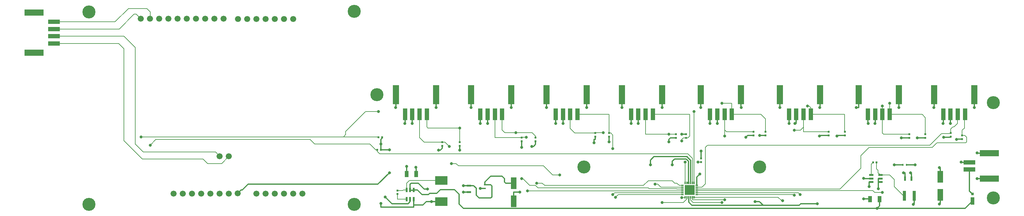
<source format=gbr>
G04 DesignSpark PCB Gerber Version 11.0 Build 5877*
G04 #@! TF.Part,Single*
G04 #@! TF.FileFunction,Copper,L1,Top*
G04 #@! TF.FilePolarity,Positive*
%FSLAX35Y35*%
%MOIN*%
G04 #@! TA.AperFunction,SMDPad,CuDef*
%ADD80R,0.01181X0.03150*%
%ADD79R,0.03150X0.01181*%
%ADD91R,0.01772X0.02362*%
%ADD95R,0.01870X0.01969*%
%ADD89R,0.02362X0.02441*%
%ADD77R,0.02362X0.04724*%
%ADD90R,0.02362X0.04921*%
%ADD92R,0.03740X0.11024*%
%ADD85R,0.03976X0.07165*%
%ADD96R,0.04331X0.07874*%
%ADD82R,0.04724X0.12598*%
%ADD88R,0.06299X0.12598*%
%ADD83R,0.06693X0.20866*%
%ADD97R,0.03150X0.03150*%
%ADD87R,0.02362X0.01772*%
%ADD94R,0.01969X0.01870*%
%ADD84R,0.02441X0.02362*%
%ADD78R,0.04724X0.02362*%
%ADD86R,0.04921X0.02362*%
%ADD125R,0.12598X0.04724*%
%ADD126R,0.20866X0.06693*%
%ADD81R,0.11024X0.11024*%
G04 #@! TD.AperFunction*
%ADD18C,0.00800*%
%ADD16C,0.01181*%
G04 #@! TA.AperFunction,ViaPad*
%ADD19C,0.03200*%
G04 #@! TA.AperFunction,WasherPad*
%ADD70C,0.06600*%
%ADD71C,0.14173*%
G04 #@! TA.AperFunction,SMDPad,CuDef*
%ADD93R,0.13500X0.09500*%
G04 #@! TD.AperFunction*
X0Y0D02*
D02*
D16*
X398500Y79000D02*
Y84000D01*
X399766Y85266D01*
Y86500D01*
X398500Y79000D02*
Y72750D01*
X398516D01*
X407750Y47750D02*
X395250Y35250D01*
X254000D01*
X247750Y29000D01*
X246500D01*
X242750Y25250D01*
X407750Y72750D02*
X398516D01*
X414500Y118750D02*
X414650D01*
Y132888D01*
X424500Y101250D02*
X424689D01*
Y111313D01*
X426500Y54750D02*
X426303D01*
Y46500D01*
X430250Y19079D02*
Y16311D01*
X427939Y14000D01*
X410500D01*
X403000Y21500D01*
X432500Y101250D02*
X432563D01*
Y111313D01*
X433990Y28921D02*
X434000Y28750D01*
X430500D01*
X430250Y28921D01*
X434000Y12750D02*
X444000D01*
X447750Y16500D01*
X453500D01*
X434000Y12750D02*
Y16500D01*
X433990D01*
Y19079D01*
X434000Y12750D02*
Y10250D01*
X398500D01*
Y14250D01*
X436500Y53750D02*
X436697D01*
Y46500D01*
X449000Y30093D02*
X445407D01*
X439000Y36500D01*
X431500D01*
X430250Y35250D01*
Y28921D01*
X453500Y16500D02*
X459000D01*
Y16250D01*
X464000D01*
X458500Y118750D02*
X458350D01*
Y132888D01*
X461250Y72250D02*
X463018D01*
X465250Y74482D01*
Y76984D01*
X484000Y72250D02*
Y76984D01*
X488000Y26750D02*
X494000D01*
Y26707D01*
X488000Y33750D02*
X494000D01*
Y33793D01*
X496500Y118750D02*
X496539D01*
Y132888D01*
X506500Y30750D02*
X511500D01*
Y30880D01*
X506500Y101250D02*
X506579D01*
Y111313D01*
X511500Y34620D02*
Y37750D01*
X517750Y44000D01*
X530250D01*
X532750Y41500D01*
Y37593D01*
X534000Y36343D01*
X542750D01*
X511500Y34620D02*
X517750Y34750D01*
X519000Y33500D01*
Y21500D01*
X517750Y20250D01*
X505250D01*
X502000Y23500D01*
Y30906D01*
X499112Y33793D01*
X494000D01*
X514500Y101250D02*
X514453D01*
Y111313D01*
X540000Y118750D02*
X540240D01*
Y132888D01*
X549500Y26750D02*
X542750D01*
Y16657D01*
X551500Y75250D02*
Y81984D01*
X562500Y76500D02*
X564268D01*
X566500Y78732D01*
Y81984D01*
X578500Y118750D02*
X578429D01*
Y132888D01*
X588500Y101250D02*
X588469D01*
Y111313D01*
X596500Y101250D02*
X596343D01*
Y111313D01*
X622000Y118750D02*
X622130D01*
Y132888D01*
X630250Y80250D02*
Y84000D01*
X631500D01*
Y86984D01*
X646500Y81500D02*
Y86984D01*
X660500Y118750D02*
X660319D01*
Y132888D01*
X670500Y101250D02*
X670358D01*
Y111313D01*
X678000Y101250D02*
X678232D01*
Y111313D01*
X691500Y56500D02*
Y61500D01*
X695250Y65250D01*
X731500D01*
Y64734D01*
X734984Y61250D01*
Y36874D01*
X704000Y118750D02*
X704020D01*
Y132888D01*
X719000Y85734D02*
X713234D01*
X711500Y84000D01*
Y81500D01*
X725500Y89750D02*
Y89766D01*
X730250D01*
X733016Y36874D02*
X731047D01*
X733016D02*
X732750Y37140D01*
Y60250D01*
X730250Y62750D01*
X717750D01*
X715250Y60250D01*
Y56500D01*
X745250Y46500D02*
X741874Y43124D01*
Y33921D01*
X746000Y118750D02*
X746146D01*
Y132888D01*
X746500Y71500D02*
Y63516D01*
X756000Y101250D02*
X756185D01*
Y111313D01*
X764000Y101250D02*
X764059D01*
Y111313D01*
X790000Y118750D02*
X789846D01*
Y132888D01*
X803567Y88234D02*
X796984D01*
X795250Y86500D01*
X810250Y88250D02*
X816500D01*
Y88234D01*
X814000Y12250D02*
X736570D01*
X733016Y15804D01*
Y21126D01*
X814000Y12250D02*
X809750Y16500D01*
X805250D01*
X814000Y12250D02*
X853000D01*
X854750Y14000D01*
X872750D01*
X832000Y118750D02*
X831972D01*
Y132888D01*
X842000Y101250D02*
X842012D01*
Y111313D01*
X848500Y101250D02*
X849886D01*
Y111313D01*
X875250Y87750D02*
Y88234D01*
X885250D01*
X875500Y118750D02*
X875673D01*
Y132888D01*
X894000Y87750D02*
Y88234D01*
X902750D01*
X915000Y118750D02*
X917799D01*
Y132888D01*
X923000Y19250D02*
X930053D01*
Y19000D01*
X923000Y41750D02*
Y41500D01*
X931579D01*
X928000Y101250D02*
X927839D01*
Y111313D01*
X929000Y32750D02*
Y37760D01*
X931579D01*
X935500Y101250D02*
X935713D01*
Y111313D01*
X937750Y9000D02*
X488250D01*
X483500Y13750D01*
Y24250D01*
X478500Y29250D01*
X463000D01*
X459000Y25250D01*
X451500D01*
X450250Y24000D01*
X443000D01*
X438079Y28921D01*
X433990D01*
X937750Y9000D02*
X940447Y11697D01*
Y19000D01*
X937750Y9000D02*
X1033400D01*
X1041500Y17100D01*
X939000Y37750D02*
X941421Y37760D01*
X939000Y37750D02*
Y30250D01*
Y37750D02*
Y41500D01*
X941421D01*
X956500Y56500D02*
X965880D01*
X961500Y118750D02*
Y132888D01*
X964000Y85750D02*
X972750D01*
Y85734D01*
X966500Y47750D02*
X967957D01*
Y41500D01*
X974000Y47750D02*
X975043D01*
Y41500D01*
X977000Y13250D02*
X978163D01*
Y22750D01*
X979000Y56500D02*
X969620D01*
X981500Y85750D02*
X990250D01*
Y85734D01*
X999500Y118750D02*
X999650D01*
Y132888D01*
X1005500Y13750D02*
X1006500D01*
Y23734D01*
X1005500Y53250D02*
X1006500D01*
Y43419D01*
X1009500Y101250D02*
X1009689D01*
Y111313D01*
X1010250Y86500D02*
X1017750D01*
Y86984D01*
X1017500Y101250D02*
X1017563D01*
Y111313D01*
X1024000Y84000D02*
Y84484D01*
X1030250D01*
X1029000Y59250D02*
Y59187D01*
X1038213D01*
Y51313D02*
Y27868D01*
X1041500Y24581D01*
X1043500Y118750D02*
X1043350D01*
Y132888D01*
X1046500Y41250D02*
Y41274D01*
X1059787D01*
X1046500Y69250D02*
Y69226D01*
X1059787D01*
D02*
D18*
X42937Y188439D02*
X113311D01*
X119000Y182750D01*
Y82750D01*
X139000Y62750D01*
X205250D01*
X210250Y57750D01*
X225311D01*
X233213Y65652D01*
X42937Y196313D02*
X119187D01*
X131500Y184000D01*
Y79000D01*
X140250Y70250D01*
X218614D01*
X223213Y65652D01*
X42937Y204187D02*
X114187D01*
X130250Y220250D01*
X132378D01*
X137390Y215239D01*
X42937Y212061D02*
X109561D01*
X124000Y226500D01*
X144000D01*
X147750Y222750D01*
Y215600D01*
X147390Y215240D01*
X147630Y77750D02*
X153880Y84000D01*
X321500D01*
X326500Y79000D01*
X386500D01*
X392750Y72750D01*
X394484D01*
X357750Y86750D02*
X360250Y89250D01*
Y92750D01*
X381750Y114250D01*
X395734D01*
X357750Y86750D02*
X395484D01*
X395734Y86500D01*
X357750Y86750D02*
X137630D01*
X394484Y72750D02*
Y70982D01*
X397217Y68250D01*
X731953D01*
X736953Y63250D01*
Y36874D01*
X416500Y24689D02*
Y19079D01*
X426510D01*
Y28921D02*
Y36500D01*
X429260Y39250D01*
X464000D01*
X426510Y28921D02*
X422750D01*
X422140Y28311D01*
X416500D01*
X465250Y81016D02*
X445437D01*
X440437Y86016D01*
Y111313D01*
X472750Y76500D02*
X468234Y81016D01*
X465250D01*
X475250Y57750D02*
X480250D01*
X482750Y55250D01*
X575250D01*
X585250Y45250D01*
X592750D01*
X484000Y96500D02*
Y81016D01*
Y96500D02*
X449561D01*
X448311Y97750D01*
Y111313D01*
X545250Y91500D02*
X562783D01*
X566500Y87783D01*
Y86016D01*
X545250Y91500D02*
X532951D01*
X530201Y94250D01*
Y111313D01*
X551500Y41500D02*
X552750D01*
X560250Y34000D01*
X566500D01*
X569000Y31500D01*
X689000D01*
X690250Y30250D01*
X719985D01*
X720117Y30117D01*
X720250Y29984D01*
X726126D01*
X551500Y86016D02*
X522327D01*
Y111313D01*
X556500Y86250D02*
X551500D01*
Y86016D01*
X557750Y28016D02*
X726126D01*
X567750Y36500D02*
X573921D01*
X576500Y33921D01*
X683921D01*
X689000Y39000D01*
X715250D01*
X717750Y36500D01*
X720171D01*
X722750Y33921D01*
X726126D01*
X631500Y91016D02*
X609217D01*
X604217Y96016D01*
Y111313D01*
X640000Y91250D02*
X631500D01*
Y91016D01*
X646500D02*
Y111250D01*
X612000D01*
X612091Y111313D01*
X650500Y24018D02*
X652530Y26047D01*
X726126D01*
X650500Y74000D02*
Y88783D01*
X648268Y91016D01*
X646500D01*
X653500Y21018D02*
X656561Y24079D01*
X726126D01*
X696500Y35250D02*
X699453D01*
X702750Y31953D01*
X726126D01*
X704000Y15250D02*
X726939D01*
X731047Y19358D01*
Y21126D01*
X711500Y89766D02*
X719000D01*
X711500D02*
Y89750D01*
Y89766D02*
X686106D01*
Y111313D01*
X725500Y20750D02*
X729079D01*
Y21126D01*
X725500Y82250D02*
Y84018D01*
X727217Y85734D01*
X730250D01*
X729079Y59250D02*
Y36874D01*
X730250Y85734D02*
X732018D01*
X734000Y87717D01*
Y111250D01*
X694000D01*
X693980Y111313D01*
X738921Y114250D02*
Y36874D01*
X743000Y59250D02*
X746500D01*
Y59484D01*
X769000Y15250D02*
X737830D01*
X734984Y18095D01*
Y21126D01*
X769000Y123250D02*
X779807D01*
Y111313D01*
X771933Y94333D02*
Y111313D01*
Y94333D02*
Y87750D01*
X772000D01*
X771933Y94333D02*
X774000Y92266D01*
X803567D01*
X772000Y18250D02*
X736953D01*
Y21126D01*
X779807Y111313D02*
X780000Y111250D01*
X811500D01*
X816500Y106250D01*
Y92266D01*
X835250Y17250D02*
X834002D01*
X830250Y21002D01*
X738921D01*
Y21126D01*
X847750Y23250D02*
Y24079D01*
X741874D01*
X854000Y24070D02*
X852022Y26047D01*
X741874D01*
X857760Y97250D02*
X854510Y94000D01*
X847750D01*
X857760Y97250D02*
Y111313D01*
Y97250D02*
Y92266D01*
X885250D01*
X862000Y120250D02*
X863768D01*
X865634Y118384D01*
Y111313D01*
X865500Y111250D01*
X902500D01*
Y92266D01*
X902750D01*
X931579Y45240D02*
Y57140D01*
X933439Y59000D01*
X941421Y45240D02*
Y45250D01*
X951500D01*
X956500Y40250D01*
Y32750D01*
X966500Y22750D01*
X967337D01*
X941421Y45240D02*
X938843Y47819D01*
Y50250D01*
X937061Y52031D01*
Y59000D01*
X943500Y26250D02*
X935250D01*
X933250Y28250D01*
X742000D01*
X741874Y28016D01*
X943500Y120250D02*
X943587D01*
Y111313D01*
Y91016D01*
X944837Y89766D01*
X972750D01*
X951500Y111250D02*
X986750D01*
X990250Y107750D01*
Y89766D01*
X951500Y111250D02*
X951461Y111313D01*
X951500Y111250D02*
Y123250D01*
X1017750Y91016D02*
Y95250D01*
X1020250Y97750D01*
X1021500D01*
X1025250Y101500D01*
Y111126D01*
X1025437Y111313D01*
X1017750Y91016D02*
Y90250D01*
X1007750D01*
X995250Y77750D01*
X753500D01*
X751000Y75250D01*
Y35632D01*
X747321Y31953D01*
X741874D01*
X1030250Y88516D02*
X1033234D01*
X1035250Y86500D01*
Y81500D01*
X1034000Y80250D01*
X1002750D01*
X997750Y75250D01*
X929000D01*
X920250Y66500D01*
Y52750D01*
X897484Y29984D01*
X741874D01*
X1030250Y88516D02*
Y94132D01*
X1032618Y96500D01*
Y111313D01*
X1033311D01*
D02*
D19*
X137630Y86750D03*
X147630Y77750D03*
X395734Y114250D03*
X398500Y14250D03*
Y79000D03*
X403000Y21500D03*
X407750Y47750D03*
Y72750D03*
X414500Y118750D03*
X424500Y101250D03*
X426500Y54750D03*
X432500Y101250D03*
X436500Y53750D03*
X449000Y30093D03*
X453500Y16500D03*
X458500Y118750D03*
X461250Y72250D03*
X472750Y76500D03*
X475250Y57750D03*
X484000Y72250D03*
Y96500D03*
X488000Y26750D03*
Y33750D03*
X496500Y118750D03*
X506500Y30750D03*
Y101250D03*
X514500D03*
X540000Y118750D03*
X545250Y91500D03*
X549500Y26750D03*
X551500Y41500D03*
Y75250D03*
X556500Y86250D03*
X557750Y28016D03*
X562500Y76500D03*
X567750Y36500D03*
X578500Y118750D03*
X588500Y101250D03*
X592750Y45250D03*
X596500Y101250D03*
X622000Y118750D03*
X630250Y80250D03*
X640000Y91250D03*
X646500Y81500D03*
X650500Y24018D03*
Y74000D03*
X653500Y21018D03*
X660500Y118750D03*
X670500Y101250D03*
X678000D03*
X691500Y56500D03*
X696500Y35250D03*
X704000Y15250D03*
Y118750D03*
X711500Y81500D03*
Y89750D03*
X715250Y56500D03*
X725500Y20750D03*
Y82250D03*
Y89750D03*
X729079Y59250D03*
X738921Y114250D03*
X743000Y59250D03*
X745250Y46500D03*
X746000Y118750D03*
X746500Y71500D03*
X756000Y101250D03*
X764000D03*
X769000Y15250D03*
Y123250D03*
X772000Y18250D03*
Y87750D03*
X790000Y118750D03*
X795250Y86500D03*
X805250Y16500D03*
X810250Y88250D03*
X832000Y118750D03*
X835250Y17250D03*
X842000Y101250D03*
X847750Y23250D03*
Y94000D03*
X848500Y101250D03*
X854000Y24070D03*
X862000Y120250D03*
X872750Y14000D03*
X875250Y87750D03*
X875500Y118750D03*
X894000Y87750D03*
X915000Y118750D03*
X923000Y19250D03*
Y41750D03*
X928000Y101250D03*
X929000Y32750D03*
X935500Y101250D03*
X937750Y9000D03*
X939000Y30250D03*
X943500Y26250D03*
Y120250D03*
X951500Y123250D03*
X956500Y56500D03*
X961500Y118750D03*
X964000Y85750D03*
X966500Y47750D03*
X974000D03*
X977000Y13250D03*
X979000Y56500D03*
X981500Y85750D03*
X999500Y118750D03*
X1005500Y13750D03*
Y53250D03*
X1009500Y101250D03*
X1010250Y86500D03*
X1017500Y101250D03*
X1024000Y84000D03*
X1029000Y59250D03*
X1043500Y118750D03*
X1046500Y41250D03*
Y69250D03*
D02*
D70*
X137390Y215239D03*
X147390Y215240D03*
X157388Y215239D03*
X167388D03*
X173215Y25152D03*
X177388Y215239D03*
X183215Y25152D03*
X187388Y215239D03*
X193215Y25152D03*
X197388Y215239D03*
X203215Y25152D03*
X207388Y215239D03*
X213215Y25152D03*
X217388Y215239D03*
X223213Y65652D03*
X223215Y25152D03*
X227388Y215239D03*
X233213Y65652D03*
X233215Y25152D03*
X242750Y25250D03*
X243215Y215152D03*
X253215D03*
X263215Y25152D03*
Y215152D03*
X273215Y25152D03*
Y215152D03*
X283215Y25152D03*
Y215152D03*
X293215Y25152D03*
Y215152D03*
X303215Y25152D03*
Y215152D03*
X313215Y25152D03*
D02*
D71*
X80927Y13417D03*
X80967Y222703D03*
X369512Y223262D03*
X369514Y13417D03*
X394000Y132750D03*
X619000Y54000D03*
X810250D03*
X1064000Y20250D03*
Y124000D03*
D02*
D77*
X426510Y19079D03*
Y28921D03*
X430250Y19079D03*
Y28921D03*
X433990Y19079D03*
Y28921D03*
D02*
D78*
X931579Y37760D03*
Y41500D03*
Y45240D03*
X941421Y37760D03*
Y41500D03*
Y45240D03*
D02*
D79*
X726126Y24079D03*
Y26047D03*
Y28016D03*
Y29984D03*
Y31953D03*
Y33921D03*
X741874Y24079D03*
Y26047D03*
Y28016D03*
Y29984D03*
Y31953D03*
Y33921D03*
D02*
D80*
X729079Y21126D03*
Y36874D03*
X731047Y21126D03*
Y36874D03*
X733016Y21126D03*
Y36874D03*
X734984Y21126D03*
Y36874D03*
X736953Y21126D03*
Y36874D03*
X738921Y21126D03*
Y36874D03*
D02*
D81*
X734000Y29000D03*
D02*
D82*
X424689Y111313D03*
X432563D03*
X440437D03*
X448311D03*
X506579D03*
X514453D03*
X522327D03*
X530201D03*
X588469D03*
X596343D03*
X604217D03*
X612091D03*
X670358D03*
X678232D03*
X686106D03*
X693980D03*
X756185D03*
X764059D03*
X771933D03*
X779807D03*
X842012D03*
X849886D03*
X857760D03*
X865634D03*
X927839D03*
X935713D03*
X943587D03*
X951461D03*
X1009689D03*
X1017563D03*
X1025437D03*
X1033311D03*
D02*
D83*
X414650Y132888D03*
X458350D03*
X496539D03*
X540240D03*
X578429D03*
X622130D03*
X660319D03*
X704020D03*
X746146D03*
X789846D03*
X831972D03*
X875673D03*
X917799D03*
X961500D03*
X999650D03*
X1043350D03*
D02*
D84*
X416500Y24689D03*
Y28311D03*
D02*
D85*
X426303Y46500D03*
X436697D03*
X930053Y19000D03*
X940447D03*
D02*
D86*
X494000Y26707D03*
Y33793D03*
D02*
D87*
X511500Y30880D03*
Y34620D03*
D02*
D88*
X542750Y16657D03*
Y36343D03*
X1006500Y23734D03*
Y43419D03*
D02*
D89*
X933439Y59000D03*
X937061D03*
D02*
D90*
X967957Y41500D03*
X975043D03*
D02*
D91*
X965880Y56500D03*
X969620D03*
D02*
D92*
X967337Y22750D03*
X978163D03*
D02*
D93*
X464000Y16250D03*
Y39250D03*
D02*
D94*
X465250Y76984D03*
Y81016D03*
X484000Y76984D03*
Y81016D03*
X551500Y81984D03*
Y86016D03*
X566500Y81984D03*
Y86016D03*
X631500Y86984D03*
Y91016D03*
X646500Y86984D03*
Y91016D03*
X719000Y85734D03*
Y89766D03*
X730250Y85734D03*
Y89766D03*
X746500Y59484D03*
Y63516D03*
X803567Y88234D03*
Y92266D03*
X816500Y88234D03*
Y92266D03*
X885250Y88234D03*
Y92266D03*
X902750Y88234D03*
Y92266D03*
X972750Y85734D03*
Y89766D03*
X990250Y85734D03*
Y89766D03*
X1017750Y86984D03*
Y91016D03*
X1030250Y84484D03*
Y88516D03*
D02*
D95*
X394484Y72750D03*
X395734Y86500D03*
X398516Y72750D03*
X399766Y86500D03*
D02*
D96*
X1041500Y17100D03*
D02*
D97*
Y24581D03*
D02*
D125*
X42937Y188439D03*
Y196313D03*
Y204187D03*
Y212061D03*
X1038213Y51313D03*
Y59187D03*
D02*
D126*
X21362Y178400D03*
Y222100D03*
X1059787Y41274D03*
Y69226D03*
X0Y0D02*
M02*

</source>
